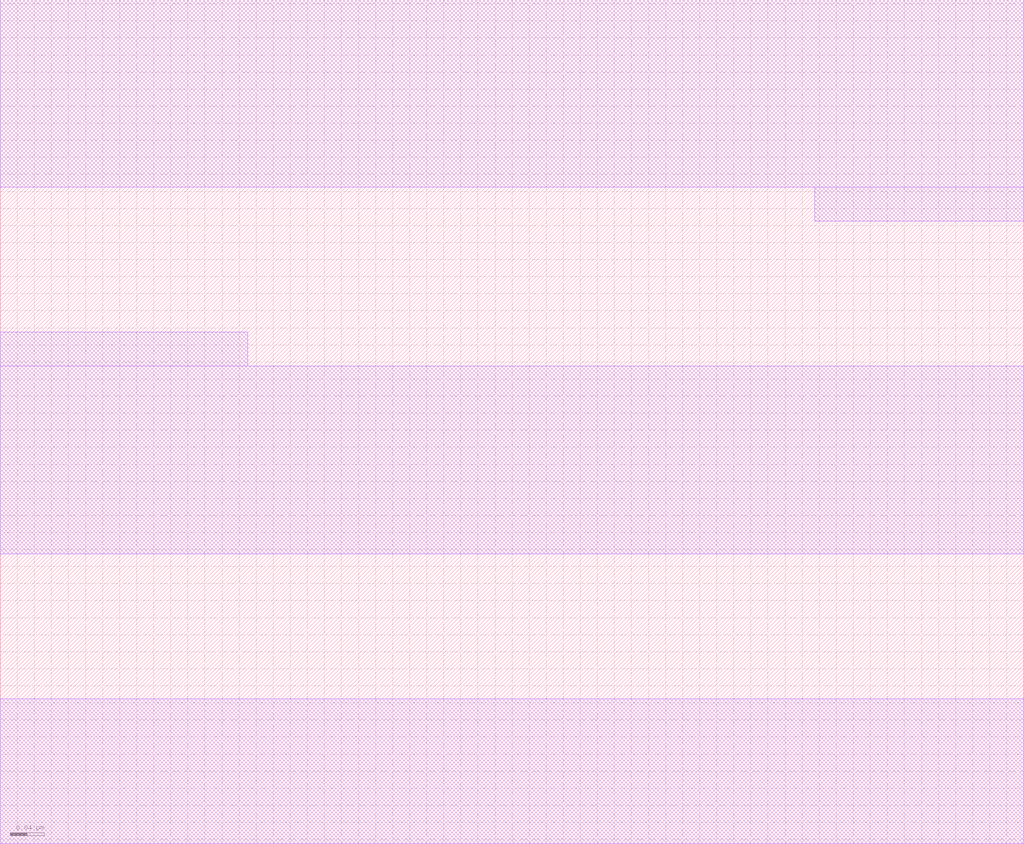
<source format=lef>
VERSION 5.7 ;
  NOWIREEXTENSIONATPIN ON ;
  DIVIDERCHAR "/" ;
  BUSBITCHARS "[]" ;
MACRO sky130_fd_bd_sram__openram_sp_cell_met2
  CLASS BLOCK ;
  FOREIGN sky130_fd_bd_sram__openram_sp_cell_met2 ;
  ORIGIN 0.000 -0.295 ;
  SIZE 1.200 BY 0.990 ;
  OBS
      LAYER met2 ;
        RECT 0.000 1.065 1.200 1.285 ;
        RECT 0.955 1.025 1.200 1.065 ;
        RECT 0.000 0.855 0.290 0.895 ;
        RECT 0.000 0.635 1.200 0.855 ;
        RECT 0.000 0.295 1.200 0.465 ;
  END
END sky130_fd_bd_sram__openram_sp_cell_met2
END LIBRARY


</source>
